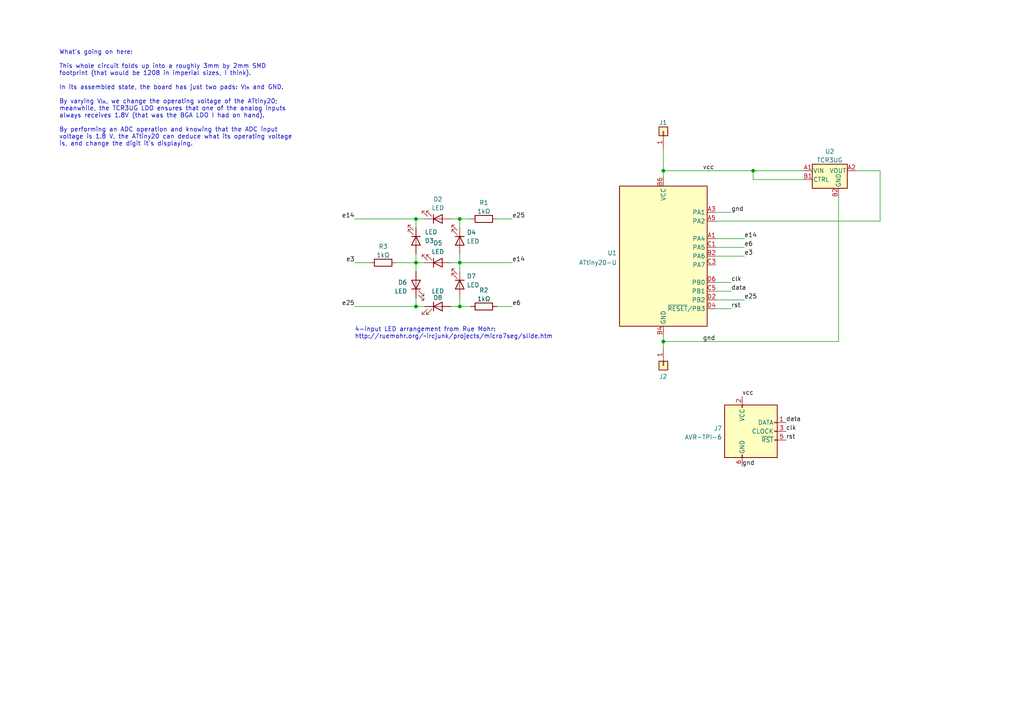
<source format=kicad_sch>
(kicad_sch (version 20211123) (generator eeschema)
  (paper "A4")
  (lib_symbols
    (symbol "Connector:AVR-TPI-6" (pin_names (offset 1.016))
      (property "Reference" "J" (at -6.35 8.89 0))
      (property "Value" "AVR-TPI-6" (at 0 8.89 0))
      (symbol "AVR-TPI-6_0_1"
        (rectangle (start -2.667 -6.858) (end -2.413 -7.62))
        (rectangle (start -2.667 7.62) (end -2.413 6.858))
        (rectangle (start 7.62 -2.413) (end 6.858 -2.667))
        (rectangle (start 7.62 0.127) (end 6.858 -0.127))
        (rectangle (start 7.62 2.667) (end 6.858 2.413))
        (rectangle (start 7.62 7.62) (end -7.62 -7.62) (stroke (width 0.254)) (fill (type background)))
      )
      (symbol "AVR-TPI-6_1_1"
        (pin passive line (at 10.16 2.54 180) (length 2.54) (name "DATA") (number "1"))
        (pin passive line (at -2.54 10.16 270) (length 2.54) (name "VCC") (number "2"))
        (pin passive line (at 10.16 0 180) (length 2.54) (name "CLOCK") (number "3"))
        (pin no_connect line (at 7.62 -5.08 180) (length 2.54) hide (name "NC") (number "4"))
        (pin passive line (at 10.16 -2.54 180) (length 2.54) (name "~{RST}") (number "5"))
        (pin passive line (at -2.54 -10.16 90) (length 2.54) (name "GND") (number "6"))
      )
    )
    (symbol "Connector_Generic:Conn_01x01" (pin_names (offset 1.016) hide)
      (property "Reference" "J" (at 0 2.54 0))
      (property "Value" "Conn_01x01" (at 0 -2.54 0))
      (symbol "Conn_01x01_1_1"
        (rectangle (start -1.27 0.127) (end 0 -0.127) (stroke (width 0.1524)))
        (rectangle (start -1.27 1.27) (end 1.27 -1.27) (stroke (width 0.254)) (fill (type background)))
        (pin passive line (at -5.08 0 0) (length 3.81) (name "Pin_1") (number "1"))
      )
    )
    (symbol "Device:LED" (pin_numbers hide) (pin_names (offset 1.016) hide)
      (property "Reference" "D" (at 0 2.54 0))
      (property "Value" "LED" (at 0 -2.54 0))
      (symbol "LED_0_1"
        (polyline (pts (xy -1.27 -1.27) (xy -1.27 1.27)) (stroke (width 0.254)))
        (polyline (pts (xy -1.27 0) (xy 1.27 0)))
        (polyline (pts (xy 1.27 -1.27) (xy 1.27 1.27) (xy -1.27 0) (xy 1.27 -1.27)) (stroke (width 0.254)))
        (polyline (pts (xy -3.048 -0.762) (xy -4.572 -2.286) (xy -3.81 -2.286) (xy -4.572 -2.286) (xy -4.572 -1.524)))
        (polyline (pts (xy -1.778 -0.762) (xy -3.302 -2.286) (xy -2.54 -2.286) (xy -3.302 -2.286) (xy -3.302 -1.524)))
      )
      (symbol "LED_1_1"
        (pin passive line (at -3.81 0 0) (length 2.54) (name "K") (number "1"))
        (pin passive line (at 3.81 0 180) (length 2.54) (name "A") (number "2"))
      )
    )
    (symbol "Device:R" (pin_numbers hide) (pin_names (offset 0))
      (property "Reference" "R" (at 2.032 0 90))
      (property "Value" "R" (at 0 0 90))
      (symbol "R_0_1"
        (rectangle (start -1.016 -2.54) (end 1.016 2.54) (stroke (width 0.254)))
      )
      (symbol "R_1_1"
        (pin passive line (at 0 3.81 270) (length 1.27) (name "~") (number "1"))
        (pin passive line (at 0 -3.81 90) (length 1.27) (name "~") (number "2"))
      )
    )
    (symbol "MCU_Microchip_ATtiny:ATtiny20-U"
      (property "Reference" "U" (at -12.7 21.59 0))
      (property "Value" "ATtiny20-U" (at 2.54 -21.59 0))
      (symbol "ATtiny20-U_0_1"
        (rectangle (start -12.7 -20.32) (end 12.7 20.32) (stroke (width 0.254)) (fill (type background)))
      )
      (symbol "ATtiny20-U_1_1"
        (pin bidirectional line (at 15.24 5.08 180) (length 2.54) (name "PA4") (number "A1"))
        (pin bidirectional line (at 15.24 12.7 180) (length 2.54) (name "PA1") (number "A3"))
        (pin bidirectional line (at 15.24 10.16 180) (length 2.54) (name "PA2") (number "A5"))
        (pin bidirectional line (at 15.24 0 180) (length 2.54) (name "PA6") (number "B2"))
        (pin power_in line (at 0 -22.86 90) (length 2.54) (name "GND") (number "B4"))
        (pin power_in line (at 0 22.86 270) (length 2.54) (name "VCC") (number "B6"))
        (pin bidirectional line (at 15.24 2.54 180) (length 2.54) (name "PA5") (number "C1"))
        (pin bidirectional line (at 15.24 -2.54 180) (length 2.54) (name "PA7") (number "C3"))
        (pin bidirectional line (at 15.24 -10.16 180) (length 2.54) (name "PB1") (number "C5"))
        (pin bidirectional line (at 15.24 -12.7 180) (length 2.54) (name "PB2") (number "D2"))
        (pin bidirectional line (at 15.24 -15.24 180) (length 2.54) (name "~{RESET}/PB3") (number "D4"))
        (pin bidirectional line (at 15.24 -7.62 180) (length 2.54) (name "PB0") (number "D6"))
      )
    )
    (symbol "nanosegment:TCR3UG" (pin_names (offset 0.254))
      (property "Reference" "U" (at -3.81 3.175 0))
      (property "Value" "TCR3UG" (at 0 3.175 0))
      (symbol "TCR3UG_0_1"
        (rectangle (start -5.08 1.905) (end 5.08 -5.08) (stroke (width 0.254)) (fill (type background)))
      )
      (symbol "TCR3UG_1_1"
        (pin power_in line (at -7.62 0 0) (length 2.54) (name "VIN") (number "A1"))
        (pin power_out line (at 7.62 0 180) (length 2.54) (name "VOUT") (number "A2"))
        (pin passive line (at -7.62 -2.54 0) (length 2.54) (name "CTRL") (number "B1"))
        (pin power_in line (at 2.54 -7.62 90) (length 2.54) (name "GND") (number "B2"))
      )
    )
  )
  (junction (at 133.35 63.5))
  (junction (at 120.65 76.2))
  (junction (at 120.65 88.9))
  (junction (at 218.44 49.53))
  (junction (at 192.405 49.53))
  (junction (at 133.35 88.9))
  (junction (at 120.65 63.5))
  (junction (at 133.35 76.2))
  (junction (at 192.405 99.06))
  (wire (pts (xy 218.44 52.07) (xy 233.045 52.07)))
  (wire (pts (xy 192.405 49.53) (xy 218.44 49.53)))
  (wire (pts (xy 120.65 63.5) (xy 123.19 63.5)))
  (wire (pts (xy 133.35 76.2) (xy 148.59 76.2)))
  (wire (pts (xy 212.09 61.595) (xy 207.645 61.595)))
  (wire (pts (xy 120.65 76.2) (xy 123.19 76.2)))
  (wire (pts (xy 215.9 69.215) (xy 207.645 69.215)))
  (wire (pts (xy 120.65 78.74) (xy 120.65 76.2)))
  (wire (pts (xy 207.645 64.135) (xy 255.27 64.135)))
  (wire (pts (xy 114.935 76.2) (xy 120.65 76.2)))
  (wire (pts (xy 120.65 66.04) (xy 120.65 63.5)))
  (wire (pts (xy 136.525 63.5) (xy 133.35 63.5)))
  (wire (pts (xy 133.35 63.5) (xy 133.35 66.04)))
  (wire (pts (xy 102.87 76.2) (xy 107.315 76.2)))
  (wire (pts (xy 192.405 43.18) (xy 192.405 49.53)))
  (wire (pts (xy 255.27 49.53) (xy 255.27 64.135)))
  (wire (pts (xy 133.35 73.66) (xy 133.35 76.2)))
  (wire (pts (xy 192.405 99.06) (xy 192.405 97.155)))
  (wire (pts (xy 133.35 76.2) (xy 133.35 78.74)))
  (wire (pts (xy 212.09 89.535) (xy 207.645 89.535)))
  (wire (pts (xy 133.35 86.36) (xy 133.35 88.9)))
  (wire (pts (xy 243.205 57.15) (xy 243.205 99.06)))
  (wire (pts (xy 148.59 63.5) (xy 144.145 63.5)))
  (wire (pts (xy 133.35 88.9) (xy 130.81 88.9)))
  (wire (pts (xy 192.405 99.06) (xy 192.405 100.965)))
  (wire (pts (xy 102.87 63.5) (xy 120.65 63.5)))
  (wire (pts (xy 207.645 86.995) (xy 215.9 86.995)))
  (wire (pts (xy 218.44 49.53) (xy 233.045 49.53)))
  (wire (pts (xy 102.87 88.9) (xy 120.65 88.9)))
  (wire (pts (xy 130.81 63.5) (xy 133.35 63.5)))
  (wire (pts (xy 136.525 88.9) (xy 133.35 88.9)))
  (wire (pts (xy 123.19 88.9) (xy 120.65 88.9)))
  (wire (pts (xy 207.645 81.915) (xy 212.09 81.915)))
  (wire (pts (xy 215.9 74.295) (xy 207.645 74.295)))
  (wire (pts (xy 192.405 99.06) (xy 243.205 99.06)))
  (wire (pts (xy 120.65 76.2) (xy 120.65 73.66)))
  (wire (pts (xy 218.44 49.53) (xy 218.44 52.07)))
  (wire (pts (xy 215.9 71.755) (xy 207.645 71.755)))
  (wire (pts (xy 130.81 76.2) (xy 133.35 76.2)))
  (wire (pts (xy 248.285 49.53) (xy 255.27 49.53)))
  (wire (pts (xy 207.645 84.455) (xy 212.09 84.455)))
  (wire (pts (xy 192.405 49.53) (xy 192.405 51.435)))
  (wire (pts (xy 120.65 88.9) (xy 120.65 86.36)))
  (wire (pts (xy 148.59 88.9) (xy 144.145 88.9)))
  (text "What's going on here:\n\nThis whole circuit folds up into a roughly 3mm by 2mm SMD\nfootprint (that would be 1208 in imperial sizes, I think).\n\nIn its assembled state, the board has just two pads: V_{in} and GND.\n\nBy varying V_{in}, we change the operating voltage of the ATtiny20;\nmeanwhile, the TCR3UG LDO ensures that one of the analog inputs\nalways receives 1.8V (that was the BGA LDO I had on hand).\n\nBy performing an ADC operation and knowing that the ADC input\nvoltage is 1.8 V, the ATtiny20 can deduce what its operating voltage\nis, and change the digit it's displaying." (at 17.145 42.545 0) (effects (font (size 1.27 1.27)) (justify left bottom)))
  (text "4-input LED arrangement from Rue Mohr:\nhttp://ruemohr.org/~ircjunk/projects/micro7seg/slide.htm" (at 102.87 98.425 0) (effects (font (size 1.27 1.27)) (justify left bottom)))
  (label "e3" (at 215.9 74.295 0))
  (label "e14" (at 215.9 69.215 0))
  (label "clk" (at 227.965 125.095 0))
  (label "e25" (at 148.59 63.5 0))
  (label "e25" (at 215.9 86.995 0))
  (label "gnd" (at 203.835 99.06 0))
  (label "gnd" (at 215.265 135.255 0))
  (label "vcc" (at 215.265 114.935 0))
  (label "gnd" (at 212.09 61.595 0))
  (label "e14" (at 148.59 76.2 0))
  (label "e25" (at 102.87 88.9 180))
  (label "data" (at 227.965 122.555 0))
  (label "e6" (at 148.59 88.9 0))
  (label "vcc" (at 203.835 49.53 0))
  (label "clk" (at 212.09 81.915 0))
  (label "rst" (at 227.965 127.635 0))
  (label "e3" (at 102.87 76.2 180))
  (label "data" (at 212.09 84.455 0))
  (label "rst" (at 212.09 89.535 0))
  (label "e6" (at 215.9 71.755 0))
  (label "e14" (at 102.87 63.5 180))
  (symbol (lib_id "Device:LED") (at 120.65 69.85 270) (unit 1)
    (property "Reference" "D3" (at 123.19 69.85 90) (effects (justify left)))
    (property "Value" "LED" (at 123.19 67.31 90) (effects (justify left)))
    (property "Footprint" "nanosegment:sunled0603" (effects hide))
  )
  (symbol (lib_id "Device:R") (at 140.335 88.9 90) (unit 1)
    (property "Reference" "R2" (at 140.335 84.1842 90))
    (property "Value" "1kΩ" (at 140.335 86.7211 90))
    (property "Footprint" "Resistor_SMD:R_0201_0603Metric" (effects hide))
  )
  (symbol (lib_id "Connector:AVR-TPI-6") (at 217.805 125.095 0) (unit 1)
    (property "Reference" "J7" (at 209.423 124.2603 0) (effects (justify right)))
    (property "Value" "AVR-TPI-6" (at 209.423 126.7972 0) (effects (justify right)))
    (property "Footprint" "Connector_PinHeader_2.54mm:PinHeader_2x03_P2.54mm_Vertical" (effects hide))
    (property "Datasheet" " ~" (effects hide))
  )
  (symbol (lib_id "Device:R") (at 140.335 63.5 90) (unit 1)
    (property "Reference" "R1" (at 140.335 58.7842 90))
    (property "Value" "1kΩ" (at 140.335 61.3211 90))
    (property "Footprint" "Resistor_SMD:R_0201_0603Metric" (effects hide))
  )
  (symbol (lib_id "Device:R") (at 111.125 76.2 90) (unit 1)
    (property "Reference" "R3" (at 111.125 71.4842 90))
    (property "Value" "1kΩ" (at 111.125 74.0211 90))
    (property "Footprint" "Resistor_SMD:R_0201_0603Metric" (effects hide))
  )
  (symbol (lib_id "MCU_Microchip_ATtiny:ATtiny20-U") (at 192.405 74.295 0) (unit 1)
    (property "Reference" "U1" (at 178.943 73.3865 0) (effects (justify right)))
    (property "Value" "ATtiny20-U" (at 178.943 76.1616 0) (effects (justify right)))
    (property "Footprint" "Package_CSP:WLCSP-12_1.403x1.555mm_P0.4mm_Stagger" (effects hide))
    (property "Datasheet" "http://ww1.microchip.com/downloads/en/DeviceDoc/atmel-8235-8-bit-avr-microcontroller-attiny20_datasheet.pdf" (effects hide))
  )
  (symbol (lib_id "Device:LED") (at 127 63.5 0) (mirror x) (unit 1)
    (property "Reference" "D2" (at 127 57.785 0))
    (property "Value" "LED" (at 127 60.325 0))
    (property "Footprint" "nanosegment:sunled0603" (effects hide))
  )
  (symbol (lib_id "Device:LED") (at 127 76.2 0) (mirror x) (unit 1)
    (property "Reference" "D5" (at 127 70.485 0))
    (property "Value" "LED" (at 127 73.025 0))
    (property "Footprint" "nanosegment:sunled0603" (effects hide))
  )
  (symbol (lib_id "Connector_Generic:Conn_01x01") (at 192.405 38.1 90) (unit 1)
    (property "Reference" "J1" (at 191.135 35.56 90) (effects (justify right)))
    (property "Value" "Conn_01x01" (effects hide))
    (property "Footprint" "TestPoint:TestPoint_Keystone_5019_Minature" (effects hide))
  )
  (symbol (lib_id "Device:LED") (at 120.65 82.55 90) (unit 1)
    (property "Reference" "D6" (at 118.11 81.915 90) (effects (justify left)))
    (property "Value" "LED" (at 118.11 84.455 90) (effects (justify left)))
    (property "Footprint" "nanosegment:sunled0603" (effects hide))
  )
  (symbol (lib_id "Device:LED") (at 133.35 82.55 270) (unit 1)
    (property "Reference" "D7" (at 135.382 80.1278 90) (effects (justify left)))
    (property "Value" "LED" (at 135.382 82.6647 90) (effects (justify left)))
    (property "Footprint" "nanosegment:sunled0603" (effects hide))
  )
  (symbol (lib_id "Device:LED") (at 133.35 69.85 270) (unit 1)
    (property "Reference" "D4" (at 135.382 67.4278 90) (effects (justify left)))
    (property "Value" "LED" (at 135.382 69.9647 90) (effects (justify left)))
    (property "Footprint" "nanosegment:sunled0603" (effects hide))
  )
  (symbol (lib_id "Connector_Generic:Conn_01x01") (at 192.405 106.045 270) (unit 1)
    (property "Reference" "J2" (at 191.135 109.22 90) (effects (justify left)))
    (property "Value" "Conn_01x01" (effects hide))
    (property "Footprint" "TestPoint:TestPoint_Keystone_5019_Minature" (effects hide))
  )
  (symbol (lib_id "nanosegment:TCR3UG") (at 240.665 49.53 0) (unit 1)
    (property "Reference" "U2" (at 240.665 43.9252 0))
    (property "Value" "TCR3UG" (at 240.665 46.4621 0))
    (property "Footprint" "fluoro_LED_2:WCSP-4F_0.65x0.65mm_P0.35mm" (effects hide))
    (property "Datasheet" "https://datasheet.octopart.com/TCR3UG18A%2CLF-Toshiba-datasheet-138898571.pdf" (effects hide))
  )
  (symbol (lib_id "Device:LED") (at 127 88.9 0) (unit 1)
    (property "Reference" "D8" (at 127 86.36 0))
    (property "Value" "LED" (at 127 84.455 0))
    (property "Footprint" "nanosegment:sunled0603" (effects hide))
  )
)
</source>
